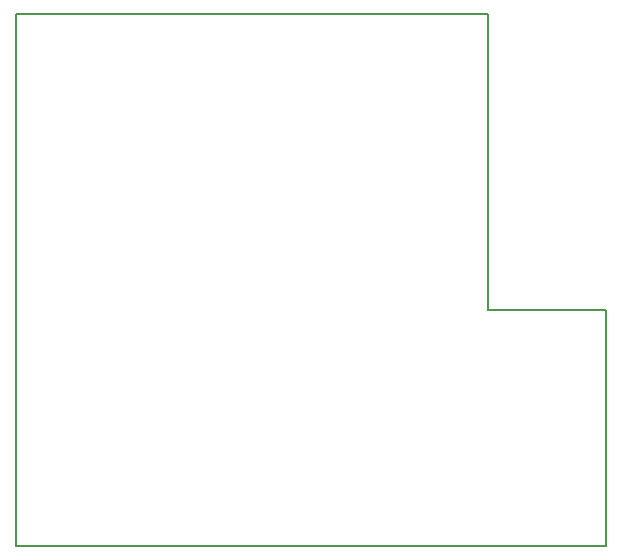
<source format=gbr>
G04 #@! TF.GenerationSoftware,KiCad,Pcbnew,(5.0.1-3-g963ef8bb5)*
G04 #@! TF.CreationDate,2018-11-29T08:41:42-08:00*
G04 #@! TF.ProjectId,Example,4578616D706C652E6B696361645F7063,0.0.1*
G04 #@! TF.SameCoordinates,Original*
G04 #@! TF.FileFunction,Profile,NP*
%FSLAX46Y46*%
G04 Gerber Fmt 4.6, Leading zero omitted, Abs format (unit mm)*
G04 Created by KiCad (PCBNEW (5.0.1-3-g963ef8bb5)) date Thursday, November 29, 2018 at 08:41:42 AM*
%MOMM*%
%LPD*%
G01*
G04 APERTURE LIST*
%ADD10C,0.150000*%
G04 APERTURE END LIST*
D10*
X170000000Y-135000000D02*
X120000000Y-135000000D01*
X170000000Y-115000000D02*
X170000000Y-135000000D01*
X160000000Y-115000000D02*
X170000000Y-115000000D01*
X160000000Y-90000000D02*
X160000000Y-115000000D01*
X120000000Y-90000000D02*
X160000000Y-90000000D01*
X120000000Y-135000000D02*
X120000000Y-90000000D01*
M02*

</source>
